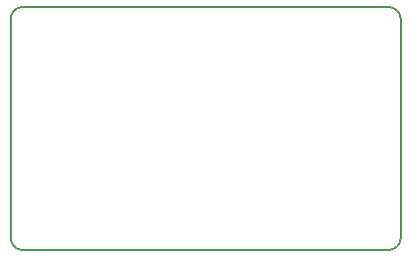
<source format=gm1>
G04 #@! TF.FileFunction,Profile,NP*
%FSLAX46Y46*%
G04 Gerber Fmt 4.6, Leading zero omitted, Abs format (unit mm)*
G04 Created by KiCad (PCBNEW 4.0.2+dfsg1-stable) date 2016年12月08日 20時15分25秒*
%MOMM*%
G01*
G04 APERTURE LIST*
%ADD10C,0.100000*%
%ADD11C,0.150000*%
G04 APERTURE END LIST*
D10*
D11*
X180619400Y-93903800D02*
X180619400Y-112445800D01*
X147599400Y-112445800D02*
X147599400Y-93903800D01*
X148615400Y-92887800D02*
G75*
G03X147599400Y-93903800I0J-1016000D01*
G01*
X180619400Y-93903800D02*
G75*
G03X179603400Y-92887800I-1016000J0D01*
G01*
X148615400Y-113461800D02*
X179603400Y-113461800D01*
X148615400Y-92887800D02*
X179603400Y-92887800D01*
X147599400Y-112445800D02*
G75*
G03X148615400Y-113461800I1016000J0D01*
G01*
X179603400Y-113461800D02*
G75*
G03X180619400Y-112445800I0J1016000D01*
G01*
M02*

</source>
